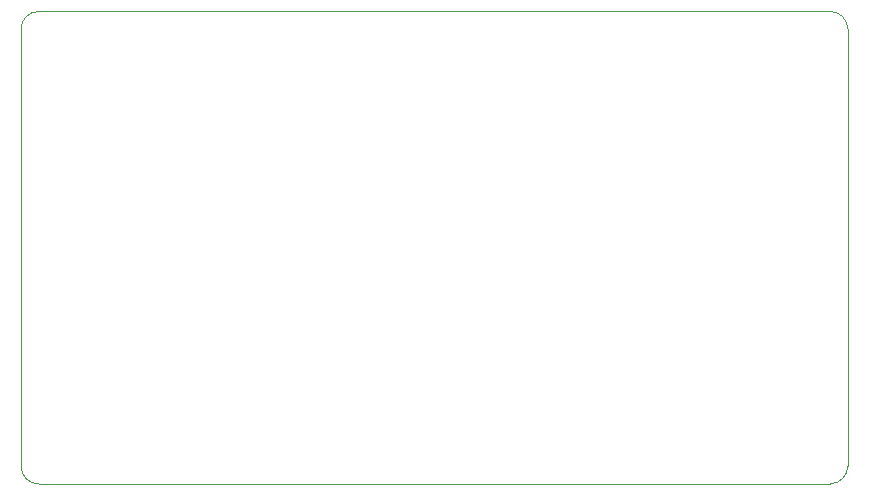
<source format=gm1>
G04 #@! TF.GenerationSoftware,KiCad,Pcbnew,5.1.5-52549c5~84~ubuntu18.04.1*
G04 #@! TF.CreationDate,2020-03-10T18:12:46+05:30*
G04 #@! TF.ProjectId,scale_hx711,7363616c-655f-4687-9837-31312e6b6963,rev?*
G04 #@! TF.SameCoordinates,Original*
G04 #@! TF.FileFunction,Profile,NP*
%FSLAX46Y46*%
G04 Gerber Fmt 4.6, Leading zero omitted, Abs format (unit mm)*
G04 Created by KiCad (PCBNEW 5.1.5-52549c5~84~ubuntu18.04.1) date 2020-03-10 18:12:46*
%MOMM*%
%LPD*%
G04 APERTURE LIST*
%ADD10C,0.050000*%
G04 APERTURE END LIST*
D10*
X10000000Y-11500000D02*
G75*
G02X11500000Y-10000000I1500000J0D01*
G01*
X78500000Y-10000000D02*
G75*
G02X80000000Y-11500000I0J-1500000D01*
G01*
X80000000Y-48500000D02*
G75*
G02X78500000Y-50000000I-1500000J0D01*
G01*
X11500000Y-50000000D02*
G75*
G02X10000000Y-48500000I0J1500000D01*
G01*
X78500000Y-10000000D02*
X11500000Y-10000000D01*
X80000000Y-48500000D02*
X80000000Y-11500000D01*
X11500000Y-50000000D02*
X78500000Y-50000000D01*
X10000000Y-11500000D02*
X10000000Y-48500000D01*
M02*

</source>
